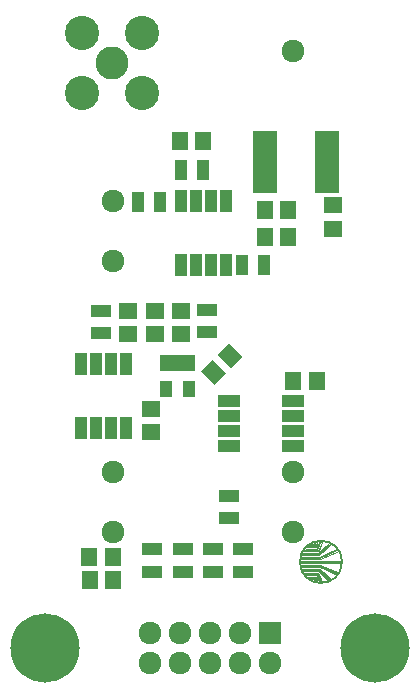
<source format=gts>
G04 #@! TF.GenerationSoftware,KiCad,Pcbnew,(2017-06-25 revision 6a3c1720b)-makepkg*
G04 #@! TF.CreationDate,2017-08-03T10:21:49-04:00*
G04 #@! TF.ProjectId,pmt-transimpedance-amplifier,706D742D7472616E73696D706564616E,rev?*
G04 #@! TF.SameCoordinates,Original
G04 #@! TF.FileFunction,Soldermask,Top*
G04 #@! TF.FilePolarity,Negative*
%FSLAX46Y46*%
G04 Gerber Fmt 4.6, Leading zero omitted, Abs format (unit mm)*
G04 Created by KiCad (PCBNEW (2017-06-25 revision 6a3c1720b)-makepkg) date 08/03/17 10:21:49*
%MOMM*%
%LPD*%
G01*
G04 APERTURE LIST*
%ADD10C,0.100000*%
%ADD11C,0.150000*%
%ADD12C,0.050000*%
%ADD13C,0.200000*%
%ADD14C,0.250000*%
%ADD15R,1.700000X1.100000*%
%ADD16C,1.924000*%
%ADD17R,1.000000X1.950000*%
%ADD18R,1.950000X1.000000*%
%ADD19R,1.400000X1.650000*%
%ADD20C,1.920000*%
%ADD21R,1.920000X1.920000*%
%ADD22C,5.860000*%
%ADD23R,1.100000X1.700000*%
%ADD24R,1.050000X1.460000*%
%ADD25C,2.800000*%
%ADD26C,2.900000*%
%ADD27C,1.400000*%
%ADD28R,2.000000X0.810000*%
%ADD29R,1.650000X1.400000*%
G04 APERTURE END LIST*
D10*
D11*
X225743536Y-115100000D02*
G75*
G03X225743536Y-115100000I-1783536J0D01*
G01*
D10*
X223230000Y-116490000D02*
X222910000Y-116410000D01*
X223590000Y-116710000D02*
X223510000Y-116620000D01*
X224030000Y-116760000D02*
X223850000Y-116640000D01*
X222770000Y-116160000D02*
X222550000Y-116050000D01*
D12*
X224800000Y-116570000D02*
X224630000Y-116560000D01*
X222480000Y-115850000D02*
X222340000Y-115710000D01*
X222300000Y-115560000D02*
X222250000Y-115340000D01*
X225410000Y-116030000D02*
X225300000Y-116170000D01*
X225320000Y-114070000D02*
X225430000Y-114190000D01*
X225710000Y-115010000D02*
X225710000Y-115210000D01*
D10*
X222250000Y-114850000D02*
X222400000Y-114750000D01*
X222350000Y-114500000D02*
X222530000Y-114400000D01*
X224640000Y-113650000D02*
X224780000Y-113630000D01*
D12*
X222590000Y-114180000D02*
X222790000Y-114000000D01*
X222550000Y-114180000D02*
X222740000Y-113980000D01*
X222510000Y-114180000D02*
X222700000Y-113971142D01*
X223820000Y-113470000D02*
X224050000Y-113440000D01*
X224050084Y-113411528D02*
X223750000Y-114149572D01*
D10*
X222980000Y-113750000D02*
X223282153Y-113756280D01*
X222890000Y-113810000D02*
X223192153Y-113816280D01*
D13*
X223100000Y-113730000D02*
X223402153Y-113736280D01*
X223460000Y-113770000D02*
X223470000Y-113570000D01*
X223530000Y-113750000D02*
X223540000Y-113550000D01*
X223187847Y-113733720D02*
X223490000Y-113740000D01*
D12*
X223090000Y-113630000D02*
X223400000Y-113630000D01*
X223130000Y-116590000D02*
X222810000Y-116380000D01*
X223610000Y-116420000D02*
X223630000Y-116470000D01*
X225451097Y-116030000D02*
X225310000Y-116220000D01*
X222670000Y-116250000D02*
X222480000Y-116020000D01*
X224070000Y-116790000D02*
X223810000Y-116790000D01*
X222300000Y-115690000D02*
X223800000Y-115690000D01*
X224613026Y-113525075D02*
X224840117Y-113622399D01*
X224840117Y-113622399D02*
X223830000Y-114540000D01*
X225460000Y-114180000D02*
X223900000Y-114880000D01*
X223390000Y-116590000D02*
X223130000Y-116590000D01*
X222210000Y-115340000D02*
X223920000Y-115340000D01*
X223630000Y-116760000D02*
X223390000Y-116700000D01*
D14*
X223521687Y-116492528D02*
X223510000Y-116620000D01*
X223777653Y-115793547D02*
X224630000Y-116550000D01*
D12*
X223390000Y-116700000D02*
X223390000Y-116590000D01*
X224830000Y-116580000D02*
X224600000Y-116690000D01*
X225750000Y-115000000D02*
X225750000Y-115220000D01*
D14*
X223140000Y-116480000D02*
X223500000Y-116480000D01*
X223684127Y-116143045D02*
X223890000Y-116680000D01*
D12*
X223610000Y-116250000D02*
X222670000Y-116250000D01*
X224600000Y-116690000D02*
X223740000Y-115910000D01*
X222260000Y-115560000D02*
X222210000Y-115340000D01*
D14*
X223900714Y-115448976D02*
X225280000Y-116080000D01*
D13*
X223850000Y-114770000D02*
X225320000Y-114120000D01*
X223770000Y-114450000D02*
X224660000Y-113640000D01*
D12*
X222300000Y-114540000D02*
X222390000Y-114310000D01*
X223870000Y-115560000D02*
X222260000Y-115560000D01*
X223742513Y-114314483D02*
X224613026Y-113525075D01*
X223820000Y-114660000D02*
X225330000Y-114000000D01*
D13*
X222440000Y-114420000D02*
X223802266Y-114430036D01*
X223664438Y-114090386D02*
X223910000Y-113500000D01*
D12*
X222200000Y-115220000D02*
X222200000Y-115000000D01*
X223890000Y-114880000D02*
X222200000Y-114880000D01*
X223810000Y-116790000D02*
X223610000Y-116250000D01*
D14*
X222710000Y-116130000D02*
X223680000Y-116140000D01*
X222470000Y-115800000D02*
X223777653Y-115793547D01*
D12*
X222200000Y-114880000D02*
X222250000Y-114660000D01*
X225330000Y-114000000D02*
X225460000Y-114180000D01*
X222810000Y-116380000D02*
X223530000Y-116380000D01*
X223830000Y-114540000D02*
X222300000Y-114540000D01*
X223540000Y-116380000D02*
X223610000Y-116420000D01*
X223800000Y-116090000D02*
X224070000Y-116790000D01*
X225310000Y-116220000D02*
X223870000Y-115560000D01*
X223920000Y-115340000D02*
X225450000Y-116030000D01*
D14*
X222350000Y-115450000D02*
X223900714Y-115448976D01*
D12*
X225750000Y-115220000D02*
X222200000Y-115220000D01*
D13*
X222280000Y-115110000D02*
X225670000Y-115100000D01*
D12*
X223890000Y-115730000D02*
X224830000Y-116580000D01*
X222200000Y-115000000D02*
X225750000Y-115000000D01*
D13*
X222320000Y-114760000D02*
X223851490Y-114784449D01*
D12*
X223720000Y-116020000D02*
X223800000Y-116090000D01*
X222410000Y-115910000D02*
X222300000Y-115690000D01*
X223800000Y-115690000D02*
X223890000Y-115730000D01*
D13*
X222700000Y-114090000D02*
X223664438Y-114090386D01*
D12*
X222480000Y-116020000D02*
X223720000Y-116020000D01*
X223630000Y-116470000D02*
X223630000Y-116760000D01*
X223740000Y-115910000D02*
X222410000Y-115910000D01*
X222250000Y-114660000D02*
X223810000Y-114660000D01*
X222390000Y-114310000D02*
X223730000Y-114310000D01*
X223620000Y-113970000D02*
X223829023Y-113411528D01*
X223553266Y-113849488D02*
X222785483Y-113849488D01*
X223720000Y-114190000D02*
X222470000Y-114190000D01*
X224085852Y-113411528D02*
X223785768Y-114149572D01*
X222785483Y-113849488D02*
X223090000Y-113630000D01*
X223599429Y-113819929D02*
X223553266Y-113849488D01*
X222660000Y-113970000D02*
X223600000Y-113970000D01*
X222470000Y-114190000D02*
X222655723Y-113971142D01*
X223829023Y-113411528D02*
X224085852Y-113411528D01*
X223785768Y-114149572D02*
X223726292Y-114187420D01*
X223623555Y-113768385D02*
X223599429Y-113819929D01*
X223390000Y-113620000D02*
X223391058Y-113503446D01*
X223391058Y-113503446D02*
X223623555Y-113438563D01*
X223623555Y-113438563D02*
X223623555Y-113768385D01*
D15*
X216175000Y-111425000D03*
X216175000Y-109525000D03*
D16*
X206350000Y-112540000D03*
X221590000Y-112540000D03*
X221590000Y-107460000D03*
X206350000Y-107460000D03*
X206350000Y-89660000D03*
X206350000Y-84580000D03*
X221590000Y-71880000D03*
D17*
X203645000Y-103725000D03*
X204915000Y-103725000D03*
X206185000Y-103725000D03*
X207455000Y-103725000D03*
X207455000Y-98325000D03*
X206185000Y-98325000D03*
X204915000Y-98325000D03*
X203645000Y-98325000D03*
D18*
X221600000Y-101475000D03*
X221600000Y-102745000D03*
X221600000Y-104015000D03*
X221600000Y-105285000D03*
X216200000Y-105285000D03*
X216200000Y-104015000D03*
X216200000Y-102745000D03*
X216200000Y-101475000D03*
D15*
X217375000Y-114050000D03*
X217375000Y-115950000D03*
D19*
X204375000Y-116625000D03*
X206375000Y-116625000D03*
X206350000Y-114675000D03*
X204350000Y-114675000D03*
D20*
X209455000Y-123640000D03*
X209455000Y-121100000D03*
X211995000Y-123640000D03*
X211995000Y-121100000D03*
X214535000Y-123640000D03*
X214535000Y-121100000D03*
X217075000Y-123640000D03*
X217075000Y-121100000D03*
X219615000Y-123640000D03*
D21*
X219615000Y-121100000D03*
D22*
X200565000Y-122370000D03*
X228505000Y-122370000D03*
D15*
X212325000Y-115950000D03*
X212325000Y-114050000D03*
X209700000Y-115950000D03*
X209700000Y-114050000D03*
D23*
X208450000Y-84600000D03*
X210350000Y-84600000D03*
D15*
X205325000Y-95725000D03*
X205325000Y-93825000D03*
D24*
X212775000Y-100450000D03*
X210875000Y-100450000D03*
X210875000Y-98250000D03*
X211825000Y-98250000D03*
X212775000Y-98250000D03*
D25*
X206300000Y-72875000D03*
D26*
X203760000Y-70335000D03*
X208840000Y-70335000D03*
X208840000Y-75415000D03*
X203760000Y-75415000D03*
D19*
X221197905Y-85325095D03*
X219197905Y-85325095D03*
X221625000Y-99800000D03*
X223625000Y-99800000D03*
D27*
X214850000Y-99050000D03*
D10*
G36*
X214761612Y-97971662D02*
X215928338Y-99138388D01*
X214938388Y-100128338D01*
X213771662Y-98961612D01*
X214761612Y-97971662D01*
X214761612Y-97971662D01*
G37*
D27*
X216264214Y-97635786D03*
D10*
G36*
X216175826Y-96557448D02*
X217342552Y-97724174D01*
X216352602Y-98714124D01*
X215185876Y-97547398D01*
X216175826Y-96557448D01*
X216175826Y-96557448D01*
G37*
D28*
X219191400Y-79030000D03*
X219191400Y-79665000D03*
X219191400Y-80300000D03*
X219191400Y-80935000D03*
X219191400Y-81570000D03*
X219191400Y-82205000D03*
X219191400Y-82840000D03*
X219191400Y-83475000D03*
X224500000Y-83475000D03*
X224500000Y-82840000D03*
X224500000Y-82205000D03*
X224500000Y-81570000D03*
X224500000Y-80935000D03*
X224500000Y-80300000D03*
X224500000Y-79665000D03*
X224500000Y-79030000D03*
D29*
X225025000Y-86925000D03*
X225025000Y-84925000D03*
D23*
X212100000Y-81900000D03*
X214000000Y-81900000D03*
D19*
X219197905Y-87600095D03*
X221197905Y-87600095D03*
X212000000Y-79475000D03*
X214000000Y-79475000D03*
D15*
X214850000Y-114050000D03*
X214850000Y-115950000D03*
D17*
X212118000Y-89954000D03*
X213388000Y-89954000D03*
X214658000Y-89954000D03*
X215928000Y-89954000D03*
X215928000Y-84554000D03*
X214658000Y-84554000D03*
X213388000Y-84554000D03*
X212118000Y-84554000D03*
D29*
X209575000Y-102125000D03*
X209575000Y-104125000D03*
X207600000Y-95825000D03*
X207600000Y-93825000D03*
D23*
X217275000Y-89950000D03*
X219175000Y-89950000D03*
D29*
X209900000Y-95825000D03*
X209900000Y-93825000D03*
X212125000Y-95825000D03*
X212125000Y-93825000D03*
D15*
X214325000Y-95675000D03*
X214325000Y-93775000D03*
M02*

</source>
